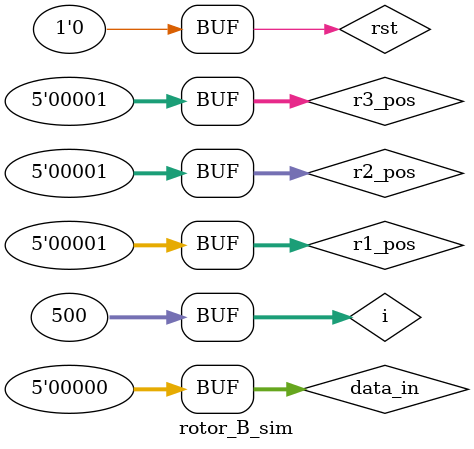
<source format=v>
`timescale 1ns / 1ps


module rotor_B_sim(

    );
    
    reg rst;
    reg [4:0]data_in;
    reg [4:0]r1_pos;
    reg [4:0]r2_pos;
    reg [4:0]r3_pos;
    wire [4:0]data_out;
    integer i;
    initial
    begin
    rst=1'd0;
    data_in=1'd0;
    r1_pos=5'd1;
    r2_pos=5'd1;
    r3_pos=5'd1;
    end
    
    rotor_B_test rbt(.data_in(data_in),.data_out(data_out),.r1_pos(r1_pos),
    .rst(rst),
    .r2_pos(r2_pos),
    .r3_pos(r3_pos));
    
     initial
        begin
        for(i=5'd0;i<500;i=i+1)begin
        if(data_in==5'd25)begin
        data_in=5'd0;
        end
        else
        begin
        data_in=data_in+5'd1;
        end
        #10;
        end
        end
    
endmodule

</source>
